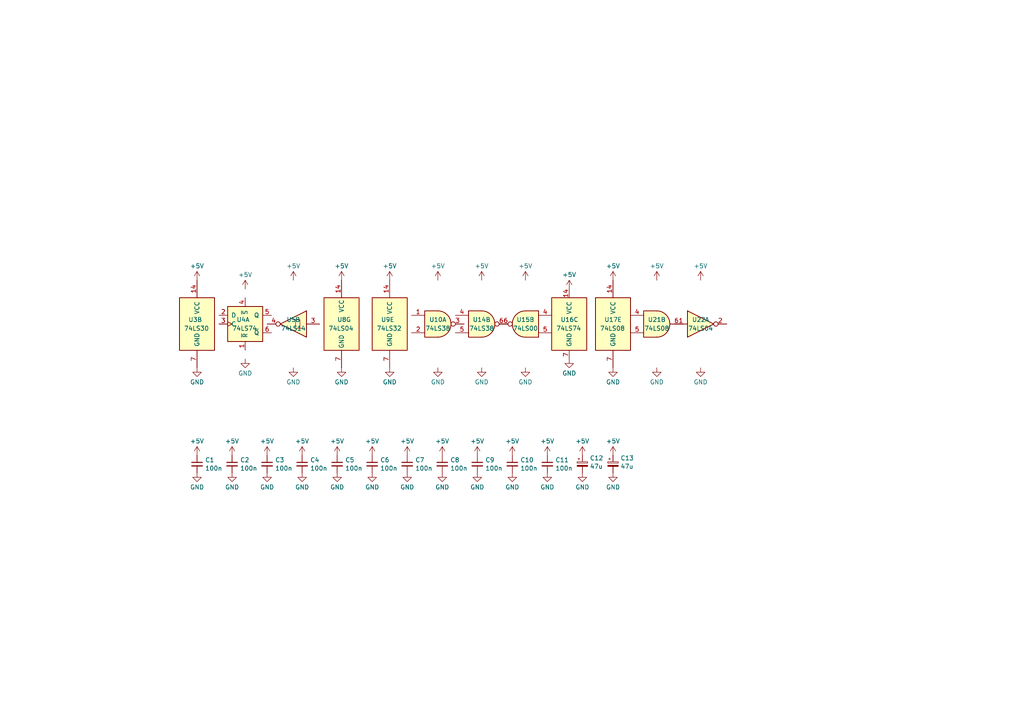
<source format=kicad_sch>
(kicad_sch (version 20230121) (generator eeschema)
  (paper "A4")
  (title_block (title "Iskra Delta Partner SASI Adapter 046 700 134") (date "2023-08-23") (rev "1") (company "Jernej Jakob <jernej.jakob@gmail.com>") (comment 1 "reverse engineered by hand"))
  (lib_symbols
    (symbol "74xx:74LS00" (pin_names (offset 1.016))
      (property "Reference" "U" (at 0 1.27 0))
      (property "Value" "74LS00" (at 0 -1.27 0))
      (symbol "74LS00_1_1"
        (arc (start 0 -3.81) (mid 3.7934 0) (end 0 3.81) (stroke (width 0.254)) (fill (type background)))
        (polyline (pts (xy 0 3.81) (xy -3.81 3.81) (xy -3.81 -3.81) (xy 0 -3.81)) (stroke (width 0.254)) (fill (type background)))
        (pin input line (at -7.62 2.54 0) (length 3.81) (name "~") (number "1"))
        (pin input line (at -7.62 -2.54 0) (length 3.81) (name "~") (number "2"))
        (pin output inverted (at 7.62 0 180) (length 3.81) (name "~") (number "3"))
      )
      (symbol "74LS00_1_2"
        (arc (start -3.81 -3.81) (mid -2.589 0) (end -3.81 3.81) (stroke (width 0.254)))
        (arc (start -0.6096 -3.81) (mid 2.1842 -2.5851) (end 3.81 0) (stroke (width 0.254)) (fill (type background)))
        (polyline (pts (xy -3.81 -3.81) (xy -0.635 -3.81)) (stroke (width 0.254)) (fill (type background)))
        (polyline (pts (xy -3.81 3.81) (xy -0.635 3.81)) (stroke (width 0.254)) (fill (type background)))
        (polyline (pts (xy -0.635 3.81) (xy -3.81 3.81) (xy -3.81 3.81) (xy -3.556 3.4036) (xy -3.0226 2.2606) (xy -2.6924 1.0414) (xy -2.6162 -0.254) (xy -2.7686 -1.4986) (xy -3.175 -2.7178) (xy -3.81 -3.81) (xy -3.81 -3.81) (xy -0.635 -3.81)) (stroke (width -25.4)) (fill (type background)))
        (arc (start 3.81 0) (mid 2.1915 2.5936) (end -0.6096 3.81) (stroke (width 0.254)) (fill (type background)))
        (pin input inverted (at -7.62 2.54 0) (length 4.318) (name "~") (number "1"))
        (pin input inverted (at -7.62 -2.54 0) (length 4.318) (name "~") (number "2"))
        (pin output line (at 7.62 0 180) (length 3.81) (name "~") (number "3"))
      )
      (symbol "74LS00_2_1"
        (arc (start 0 -3.81) (mid 3.7934 0) (end 0 3.81) (stroke (width 0.254)) (fill (type background)))
        (polyline (pts (xy 0 3.81) (xy -3.81 3.81) (xy -3.81 -3.81) (xy 0 -3.81)) (stroke (width 0.254)) (fill (type background)))
        (pin input line (at -7.62 2.54 0) (length 3.81) (name "~") (number "4"))
        (pin input line (at -7.62 -2.54 0) (length 3.81) (name "~") (number "5"))
        (pin output inverted (at 7.62 0 180) (length 3.81) (name "~") (number "6"))
      )
      (symbol "74LS00_2_2"
        (arc (start -3.81 -3.81) (mid -2.589 0) (end -3.81 3.81) (stroke (width 0.254)))
        (arc (start -0.6096 -3.81) (mid 2.1842 -2.5851) (end 3.81 0) (stroke (width 0.254)) (fill (type background)))
        (polyline (pts (xy -3.81 -3.81) (xy -0.635 -3.81)) (stroke (width 0.254)) (fill (type background)))
        (polyline (pts (xy -3.81 3.81) (xy -0.635 3.81)) (stroke (width 0.254)) (fill (type background)))
        (polyline (pts (xy -0.635 3.81) (xy -3.81 3.81) (xy -3.81 3.81) (xy -3.556 3.4036) (xy -3.0226 2.2606) (xy -2.6924 1.0414) (xy -2.6162 -0.254) (xy -2.7686 -1.4986) (xy -3.175 -2.7178) (xy -3.81 -3.81) (xy -3.81 -3.81) (xy -0.635 -3.81)) (stroke (width -25.4)) (fill (type background)))
        (arc (start 3.81 0) (mid 2.1915 2.5936) (end -0.6096 3.81) (stroke (width 0.254)) (fill (type background)))
        (pin input inverted (at -7.62 2.54 0) (length 4.318) (name "~") (number "4"))
        (pin input inverted (at -7.62 -2.54 0) (length 4.318) (name "~") (number "5"))
        (pin output line (at 7.62 0 180) (length 3.81) (name "~") (number "6"))
      )
      (symbol "74LS00_3_1"
        (arc (start 0 -3.81) (mid 3.7934 0) (end 0 3.81) (stroke (width 0.254)) (fill (type background)))
        (polyline (pts (xy 0 3.81) (xy -3.81 3.81) (xy -3.81 -3.81) (xy 0 -3.81)) (stroke (width 0.254)) (fill (type background)))
        (pin input line (at -7.62 -2.54 0) (length 3.81) (name "~") (number "10"))
        (pin output inverted (at 7.62 0 180) (length 3.81) (name "~") (number "8"))
        (pin input line (at -7.62 2.54 0) (length 3.81) (name "~") (number "9"))
      )
      (symbol "74LS00_3_2"
        (arc (start -3.81 -3.81) (mid -2.589 0) (end -3.81 3.81) (stroke (width 0.254)))
        (arc (start -0.6096 -3.81) (mid 2.1842 -2.5851) (end 3.81 0) (stroke (width 0.254)) (fill (type background)))
        (polyline (pts (xy -3.81 -3.81) (xy -0.635 -3.81)) (stroke (width 0.254)) (fill (type background)))
        (polyline (pts (xy -3.81 3.81) (xy -0.635 3.81)) (stroke (width 0.254)) (fill (type background)))
        (polyline (pts (xy -0.635 3.81) (xy -3.81 3.81) (xy -3.81 3.81) (xy -3.556 3.4036) (xy -3.0226 2.2606) (xy -2.6924 1.0414) (xy -2.6162 -0.254) (xy -2.7686 -1.4986) (xy -3.175 -2.7178) (xy -3.81 -3.81) (xy -3.81 -3.81) (xy -0.635 -3.81)) (stroke (width -25.4)) (fill (type background)))
        (arc (start 3.81 0) (mid 2.1915 2.5936) (end -0.6096 3.81) (stroke (width 0.254)) (fill (type background)))
        (pin input inverted (at -7.62 -2.54 0) (length 4.318) (name "~") (number "10"))
        (pin output line (at 7.62 0 180) (length 3.81) (name "~") (number "8"))
        (pin input inverted (at -7.62 2.54 0) (length 4.318) (name "~") (number "9"))
      )
      (symbol "74LS00_4_1"
        (arc (start 0 -3.81) (mid 3.7934 0) (end 0 3.81) (stroke (width 0.254)) (fill (type background)))
        (polyline (pts (xy 0 3.81) (xy -3.81 3.81) (xy -3.81 -3.81) (xy 0 -3.81)) (stroke (width 0.254)) (fill (type background)))
        (pin output inverted (at 7.62 0 180) (length 3.81) (name "~") (number "11"))
        (pin input line (at -7.62 2.54 0) (length 3.81) (name "~") (number "12"))
        (pin input line (at -7.62 -2.54 0) (length 3.81) (name "~") (number "13"))
      )
      (symbol "74LS00_4_2"
        (arc (start -3.81 -3.81) (mid -2.589 0) (end -3.81 3.81) (stroke (width 0.254)))
        (arc (start -0.6096 -3.81) (mid 2.1842 -2.5851) (end 3.81 0) (stroke (width 0.254)) (fill (type background)))
        (polyline (pts (xy -3.81 -3.81) (xy -0.635 -3.81)) (stroke (width 0.254)) (fill (type background)))
        (polyline (pts (xy -3.81 3.81) (xy -0.635 3.81)) (stroke (width 0.254)) (fill (type background)))
        (polyline (pts (xy -0.635 3.81) (xy -3.81 3.81) (xy -3.81 3.81) (xy -3.556 3.4036) (xy -3.0226 2.2606) (xy -2.6924 1.0414) (xy -2.6162 -0.254) (xy -2.7686 -1.4986) (xy -3.175 -2.7178) (xy -3.81 -3.81) (xy -3.81 -3.81) (xy -0.635 -3.81)) (stroke (width -25.4)) (fill (type background)))
        (arc (start 3.81 0) (mid 2.1915 2.5936) (end -0.6096 3.81) (stroke (width 0.254)) (fill (type background)))
        (pin output line (at 7.62 0 180) (length 3.81) (name "~") (number "11"))
        (pin input inverted (at -7.62 2.54 0) (length 4.318) (name "~") (number "12"))
        (pin input inverted (at -7.62 -2.54 0) (length 4.318) (name "~") (number "13"))
      )
      (symbol "74LS00_5_0"
        (pin power_in line (at 0 12.7 270) (length 5.08) (name "VCC") (number "14"))
        (pin power_in line (at 0 -12.7 90) (length 5.08) (name "GND") (number "7"))
      )
      (symbol "74LS00_5_1"
        (rectangle (start -5.08 7.62) (end 5.08 -7.62) (stroke (width 0.254)) (fill (type background)))
      )
    )
    (symbol "74xx:74LS04"
      (property "Reference" "U" (at 0 1.27 0))
      (property "Value" "74LS04" (at 0 -1.27 0))
      (symbol "74LS04_1_0"
        (polyline (pts (xy -3.81 3.81) (xy -3.81 -3.81) (xy 3.81 0) (xy -3.81 3.81)) (stroke (width 0.254)) (fill (type background)))
        (pin input line (at -7.62 0 0) (length 3.81) (name "~") (number "1"))
        (pin output inverted (at 7.62 0 180) (length 3.81) (name "~") (number "2"))
      )
      (symbol "74LS04_2_0"
        (polyline (pts (xy -3.81 3.81) (xy -3.81 -3.81) (xy 3.81 0) (xy -3.81 3.81)) (stroke (width 0.254)) (fill (type background)))
        (pin input line (at -7.62 0 0) (length 3.81) (name "~") (number "3"))
        (pin output inverted (at 7.62 0 180) (length 3.81) (name "~") (number "4"))
      )
      (symbol "74LS04_3_0"
        (polyline (pts (xy -3.81 3.81) (xy -3.81 -3.81) (xy 3.81 0) (xy -3.81 3.81)) (stroke (width 0.254)) (fill (type background)))
        (pin input line (at -7.62 0 0) (length 3.81) (name "~") (number "5"))
        (pin output inverted (at 7.62 0 180) (length 3.81) (name "~") (number "6"))
      )
      (symbol "74LS04_4_0"
        (polyline (pts (xy -3.81 3.81) (xy -3.81 -3.81) (xy 3.81 0) (xy -3.81 3.81)) (stroke (width 0.254)) (fill (type background)))
        (pin output inverted (at 7.62 0 180) (length 3.81) (name "~") (number "8"))
        (pin input line (at -7.62 0 0) (length 3.81) (name "~") (number "9"))
      )
      (symbol "74LS04_5_0"
        (polyline (pts (xy -3.81 3.81) (xy -3.81 -3.81) (xy 3.81 0) (xy -3.81 3.81)) (stroke (width 0.254)) (fill (type background)))
        (pin output inverted (at 7.62 0 180) (length 3.81) (name "~") (number "10"))
        (pin input line (at -7.62 0 0) (length 3.81) (name "~") (number "11"))
      )
      (symbol "74LS04_6_0"
        (polyline (pts (xy -3.81 3.81) (xy -3.81 -3.81) (xy 3.81 0) (xy -3.81 3.81)) (stroke (width 0.254)) (fill (type background)))
        (pin output inverted (at 7.62 0 180) (length 3.81) (name "~") (number "12"))
        (pin input line (at -7.62 0 0) (length 3.81) (name "~") (number "13"))
      )
      (symbol "74LS04_7_0"
        (pin power_in line (at 0 12.7 270) (length 5.08) (name "VCC") (number "14"))
        (pin power_in line (at 0 -12.7 90) (length 5.08) (name "GND") (number "7"))
      )
      (symbol "74LS04_7_1"
        (rectangle (start -5.08 7.62) (end 5.08 -7.62) (stroke (width 0.254)) (fill (type background)))
      )
    )
    (symbol "74xx:74LS08" (pin_names (offset 1.016))
      (property "Reference" "U" (at 0 1.27 0))
      (property "Value" "74LS08" (at 0 -1.27 0))
      (symbol "74LS08_1_1"
        (arc (start 0 -3.81) (mid 3.7934 0) (end 0 3.81) (stroke (width 0.254)) (fill (type background)))
        (polyline (pts (xy 0 3.81) (xy -3.81 3.81) (xy -3.81 -3.81) (xy 0 -3.81)) (stroke (width 0.254)) (fill (type background)))
        (pin input line (at -7.62 2.54 0) (length 3.81) (name "~") (number "1"))
        (pin input line (at -7.62 -2.54 0) (length 3.81) (name "~") (number "2"))
        (pin output line (at 7.62 0 180) (length 3.81) (name "~") (number "3"))
      )
      (symbol "74LS08_1_2"
        (arc (start -3.81 -3.81) (mid -2.589 0) (end -3.81 3.81) (stroke (width 0.254)))
        (arc (start -0.6096 -3.81) (mid 2.1842 -2.5851) (end 3.81 0) (stroke (width 0.254)) (fill (type background)))
        (polyline (pts (xy -3.81 -3.81) (xy -0.635 -3.81)) (stroke (width 0.254)) (fill (type background)))
        (polyline (pts (xy -3.81 3.81) (xy -0.635 3.81)) (stroke (width 0.254)) (fill (type background)))
        (polyline (pts (xy -0.635 3.81) (xy -3.81 3.81) (xy -3.81 3.81) (xy -3.556 3.4036) (xy -3.0226 2.2606) (xy -2.6924 1.0414) (xy -2.6162 -0.254) (xy -2.7686 -1.4986) (xy -3.175 -2.7178) (xy -3.81 -3.81) (xy -3.81 -3.81) (xy -0.635 -3.81)) (stroke (width -25.4)) (fill (type background)))
        (arc (start 3.81 0) (mid 2.1915 2.5936) (end -0.6096 3.81) (stroke (width 0.254)) (fill (type background)))
        (pin input inverted (at -7.62 2.54 0) (length 4.318) (name "~") (number "1"))
        (pin input inverted (at -7.62 -2.54 0) (length 4.318) (name "~") (number "2"))
        (pin output inverted (at 7.62 0 180) (length 3.81) (name "~") (number "3"))
      )
      (symbol "74LS08_2_1"
        (arc (start 0 -3.81) (mid 3.7934 0) (end 0 3.81) (stroke (width 0.254)) (fill (type background)))
        (polyline (pts (xy 0 3.81) (xy -3.81 3.81) (xy -3.81 -3.81) (xy 0 -3.81)) (stroke (width 0.254)) (fill (type background)))
        (pin input line (at -7.62 2.54 0) (length 3.81) (name "~") (number "4"))
        (pin input line (at -7.62 -2.54 0) (length 3.81) (name "~") (number "5"))
        (pin output line (at 7.62 0 180) (length 3.81) (name "~") (number "6"))
      )
      (symbol "74LS08_2_2"
        (arc (start -3.81 -3.81) (mid -2.589 0) (end -3.81 3.81) (stroke (width 0.254)))
        (arc (start -0.6096 -3.81) (mid 2.1842 -2.5851) (end 3.81 0) (stroke (width 0.254)) (fill (type background)))
        (polyline (pts (xy -3.81 -3.81) (xy -0.635 -3.81)) (stroke (width 0.254)) (fill (type background)))
        (polyline (pts (xy -3.81 3.81) (xy -0.635 3.81)) (stroke (width 0.254)) (fill (type background)))
        (polyline (pts (xy -0.635 3.81) (xy -3.81 3.81) (xy -3.81 3.81) (xy -3.556 3.4036) (xy -3.0226 2.2606) (xy -2.6924 1.0414) (xy -2.6162 -0.254) (xy -2.7686 -1.4986) (xy -3.175 -2.7178) (xy -3.81 -3.81) (xy -3.81 -3.81) (xy -0.635 -3.81)) (stroke (width -25.4)) (fill (type background)))
        (arc (start 3.81 0) (mid 2.1915 2.5936) (end -0.6096 3.81) (stroke (width 0.254)) (fill (type background)))
        (pin input inverted (at -7.62 2.54 0) (length 4.318) (name "~") (number "4"))
        (pin input inverted (at -7.62 -2.54 0) (length 4.318) (name "~") (number "5"))
        (pin output inverted (at 7.62 0 180) (length 3.81) (name "~") (number "6"))
      )
      (symbol "74LS08_3_1"
        (arc (start 0 -3.81) (mid 3.7934 0) (end 0 3.81) (stroke (width 0.254)) (fill (type background)))
        (polyline (pts (xy 0 3.81) (xy -3.81 3.81) (xy -3.81 -3.81) (xy 0 -3.81)) (stroke (width 0.254)) (fill (type background)))
        (pin input line (at -7.62 -2.54 0) (length 3.81) (name "~") (number "10"))
        (pin output line (at 7.62 0 180) (length 3.81) (name "~") (number "8"))
        (pin input line (at -7.62 2.54 0) (length 3.81) (name "~") (number "9"))
      )
      (symbol "74LS08_3_2"
        (arc (start -3.81 -3.81) (mid -2.589 0) (end -3.81 3.81) (stroke (width 0.254)))
        (arc (start -0.6096 -3.81) (mid 2.1842 -2.5851) (end 3.81 0) (stroke (width 0.254)) (fill (type background)))
        (polyline (pts (xy -3.81 -3.81) (xy -0.635 -3.81)) (stroke (width 0.254)) (fill (type background)))
        (polyline (pts (xy -3.81 3.81) (xy -0.635 3.81)) (stroke (width 0.254)) (fill (type background)))
        (polyline (pts (xy -0.635 3.81) (xy -3.81 3.81) (xy -3.81 3.81) (xy -3.556 3.4036) (xy -3.0226 2.2606) (xy -2.6924 1.0414) (xy -2.6162 -0.254) (xy -2.7686 -1.4986) (xy -3.175 -2.7178) (xy -3.81 -3.81) (xy -3.81 -3.81) (xy -0.635 -3.81)) (stroke (width -25.4)) (fill (type background)))
        (arc (start 3.81 0) (mid 2.1915 2.5936) (end -0.6096 3.81) (stroke (width 0.254)) (fill (type background)))
        (pin input inverted (at -7.62 -2.54 0) (length 4.318) (name "~") (number "10"))
        (pin output inverted (at 7.62 0 180) (length 3.81) (name "~") (number "8"))
        (pin input inverted (at -7.62 2.54 0) (length 4.318) (name "~") (number "9"))
      )
      (symbol "74LS08_4_1"
        (arc (start 0 -3.81) (mid 3.7934 0) (end 0 3.81) (stroke (width 0.254)) (fill (type background)))
        (polyline (pts (xy 0 3.81) (xy -3.81 3.81) (xy -3.81 -3.81) (xy 0 -3.81)) (stroke (width 0.254)) (fill (type background)))
        (pin output line (at 7.62 0 180) (length 3.81) (name "~") (number "11"))
        (pin input line (at -7.62 2.54 0) (length 3.81) (name "~") (number "12"))
        (pin input line (at -7.62 -2.54 0) (length 3.81) (name "~") (number "13"))
      )
      (symbol "74LS08_4_2"
        (arc (start -3.81 -3.81) (mid -2.589 0) (end -3.81 3.81) (stroke (width 0.254)))
        (arc (start -0.6096 -3.81) (mid 2.1842 -2.5851) (end 3.81 0) (stroke (width 0.254)) (fill (type background)))
        (polyline (pts (xy -3.81 -3.81) (xy -0.635 -3.81)) (stroke (width 0.254)) (fill (type background)))
        (polyline (pts (xy -3.81 3.81) (xy -0.635 3.81)) (stroke (width 0.254)) (fill (type background)))
        (polyline (pts (xy -0.635 3.81) (xy -3.81 3.81) (xy -3.81 3.81) (xy -3.556 3.4036) (xy -3.0226 2.2606) (xy -2.6924 1.0414) (xy -2.6162 -0.254) (xy -2.7686 -1.4986) (xy -3.175 -2.7178) (xy -3.81 -3.81) (xy -3.81 -3.81) (xy -0.635 -3.81)) (stroke (width -25.4)) (fill (type background)))
        (arc (start 3.81 0) (mid 2.1915 2.5936) (end -0.6096 3.81) (stroke (width 0.254)) (fill (type background)))
        (pin output inverted (at 7.62 0 180) (length 3.81) (name "~") (number "11"))
        (pin input inverted (at -7.62 2.54 0) (length 4.318) (name "~") (number "12"))
        (pin input inverted (at -7.62 -2.54 0) (length 4.318) (name "~") (number "13"))
      )
      (symbol "74LS08_5_0"
        (pin power_in line (at 0 12.7 270) (length 5.08) (name "VCC") (number "14"))
        (pin power_in line (at 0 -12.7 90) (length 5.08) (name "GND") (number "7"))
      )
      (symbol "74LS08_5_1"
        (rectangle (start -5.08 7.62) (end 5.08 -7.62) (stroke (width 0.254)) (fill (type background)))
      )
    )
    (symbol "74xx:74LS14" (pin_names (offset 1.016))
      (property "Reference" "U" (at 0 1.27 0))
      (property "Value" "74LS14" (at 0 -1.27 0))
      (symbol "74LS14_1_0"
        (polyline (pts (xy -3.81 3.81) (xy -3.81 -3.81) (xy 3.81 0) (xy -3.81 3.81)) (stroke (width 0.254)) (fill (type background)))
        (pin input line (at -7.62 0 0) (length 3.81) (name "~") (number "1"))
        (pin output inverted (at 7.62 0 180) (length 3.81) (name "~") (number "2"))
      )
      (symbol "74LS14_1_1"
        (polyline (pts (xy -1.905 -1.27) (xy -1.905 1.27) (xy -0.635 1.27)))
        (polyline (pts (xy -2.54 -1.27) (xy -0.635 -1.27) (xy -0.635 1.27) (xy 0 1.27)))
      )
      (symbol "74LS14_2_0"
        (polyline (pts (xy -3.81 3.81) (xy -3.81 -3.81) (xy 3.81 0) (xy -3.81 3.81)) (stroke (width 0.254)) (fill (type background)))
        (pin input line (at -7.62 0 0) (length 3.81) (name "~") (number "3"))
        (pin output inverted (at 7.62 0 180) (length 3.81) (name "~") (number "4"))
      )
      (symbol "74LS14_2_1"
        (polyline (pts (xy -1.905 -1.27) (xy -1.905 1.27) (xy -0.635 1.27)))
        (polyline (pts (xy -2.54 -1.27) (xy -0.635 -1.27) (xy -0.635 1.27) (xy 0 1.27)))
      )
      (symbol "74LS14_3_0"
        (polyline (pts (xy -3.81 3.81) (xy -3.81 -3.81) (xy 3.81 0) (xy -3.81 3.81)) (stroke (width 0.254)) (fill (type background)))
        (pin input line (at -7.62 0 0) (length 3.81) (name "~") (number "5"))
        (pin output inverted (at 7.62 0 180) (length 3.81) (name "~") (number "6"))
      )
      (symbol "74LS14_3_1"
        (polyline (pts (xy -1.905 -1.27) (xy -1.905 1.27) (xy -0.635 1.27)))
        (polyline (pts (xy -2.54 -1.27) (xy -0.635 -1.27) (xy -0.635 1.27) (xy 0 1.27)))
      )
      (symbol "74LS14_4_0"
        (polyline (pts (xy -3.81 3.81) (xy -3.81 -3.81) (xy 3.81 0) (xy -3.81 3.81)) (stroke (width 0.254)) (fill (type background)))
        (pin output inverted (at 7.62 0 180) (length 3.81) (name "~") (number "8"))
        (pin input line (at -7.62 0 0) (length 3.81) (name "~") (number "9"))
      )
      (symbol "74LS14_4_1"
        (polyline (pts (xy -1.905 -1.27) (xy -1.905 1.27) (xy -0.635 1.27)))
        (polyline (pts (xy -2.54 -1.27) (xy -0.635 -1.27) (xy -0.635 1.27) (xy 0 1.27)))
      )
      (symbol "74LS14_5_0"
        (polyline (pts (xy -3.81 3.81) (xy -3.81 -3.81) (xy 3.81 0) (xy -3.81 3.81)) (stroke (width 0.254)) (fill (type background)))
        (pin output inverted (at 7.62 0 180) (length 3.81) (name "~") (number "10"))
        (pin input line (at -7.62 0 0) (length 3.81) (name "~") (number "11"))
      )
      (symbol "74LS14_5_1"
        (polyline (pts (xy -1.905 -1.27) (xy -1.905 1.27) (xy -0.635 1.27)))
        (polyline (pts (xy -2.54 -1.27) (xy -0.635 -1.27) (xy -0.635 1.27) (xy 0 1.27)))
      )
      (symbol "74LS14_6_0"
        (polyline (pts (xy -3.81 3.81) (xy -3.81 -3.81) (xy 3.81 0) (xy -3.81 3.81)) (stroke (width 0.254)) (fill (type background)))
        (pin output inverted (at 7.62 0 180) (length 3.81) (name "~") (number "12"))
        (pin input line (at -7.62 0 0) (length 3.81) (name "~") (number "13"))
      )
      (symbol "74LS14_6_1"
        (polyline (pts (xy -1.905 -1.27) (xy -1.905 1.27) (xy -0.635 1.27)))
        (polyline (pts (xy -2.54 -1.27) (xy -0.635 -1.27) (xy -0.635 1.27) (xy 0 1.27)))
      )
      (symbol "74LS14_7_0"
        (pin power_in line (at 0 12.7 270) (length 5.08) (name "VCC") (number "14"))
        (pin power_in line (at 0 -12.7 90) (length 5.08) (name "GND") (number "7"))
      )
      (symbol "74LS14_7_1"
        (rectangle (start -5.08 7.62) (end 5.08 -7.62) (stroke (width 0.254)) (fill (type background)))
      )
    )
    (symbol "74xx:74LS30" (pin_names (offset 1.016))
      (property "Reference" "U" (at 0 1.27 0))
      (property "Value" "74LS30" (at 0 -1.27 0))
      (symbol "74LS30_1_1"
        (arc (start 0 -3.81) (mid 3.7934 0) (end 0 3.81) (stroke (width 0.254)) (fill (type background)))
        (polyline (pts (xy -3.81 7.62) (xy -3.81 -10.16)) (stroke (width 0.254)))
        (polyline (pts (xy 0 3.81) (xy -3.81 3.81) (xy -3.81 -3.81) (xy 0 -3.81)) (stroke (width 0.254)) (fill (type background)))
        (pin input line (at -7.62 7.62 0) (length 3.81) (name "~") (number "1"))
        (pin input line (at -7.62 -7.62 0) (length 3.81) (name "~") (number "11"))
        (pin input line (at -7.62 -10.16 0) (length 3.81) (name "~") (number "12"))
        (pin input line (at -7.62 5.08 0) (length 3.81) (name "~") (number "2"))
        (pin input line (at -7.62 2.54 0) (length 3.81) (name "~") (number "3"))
        (pin input line (at -7.62 0 0) (length 3.81) (name "~") (number "4"))
        (pin input line (at -7.62 -2.54 0) (length 3.81) (name "~") (number "5"))
        (pin input line (at -7.62 -5.08 0) (length 3.81) (name "~") (number "6"))
        (pin output inverted (at 7.62 0 180) (length 3.81) (name "~") (number "8"))
      )
      (symbol "74LS30_1_2"
        (arc (start -3.81 -3.81) (mid -2.589 0) (end -3.81 3.81) (stroke (width 0.254)))
        (arc (start -0.6096 -3.81) (mid 2.1842 -2.5851) (end 3.81 0) (stroke (width 0.254)) (fill (type background)))
        (polyline (pts (xy -3.81 -3.81) (xy -3.81 -10.16)) (stroke (width 0.254)))
        (polyline (pts (xy -3.81 -3.81) (xy -0.635 -3.81)) (stroke (width 0.254)) (fill (type background)))
        (polyline (pts (xy -3.81 3.81) (xy -0.635 3.81)) (stroke (width 0.254)) (fill (type background)))
        (polyline (pts (xy -3.81 7.62) (xy -3.81 3.81)) (stroke (width 0.254)))
        (polyline (pts (xy -0.635 3.81) (xy -3.81 3.81) (xy -3.81 3.81) (xy -3.556 3.4036) (xy -3.0226 2.2606) (xy -2.6924 1.0414) (xy -2.6162 -0.254) (xy -2.7686 -1.4986) (xy -3.175 -2.7178) (xy -3.81 -3.81) (xy -3.81 -3.81) (xy -0.635 -3.81)) (stroke (width -25.4)) (fill (type background)))
        (arc (start 3.81 0) (mid 2.1915 2.5936) (end -0.6096 3.81) (stroke (width 0.254)) (fill (type background)))
        (pin input inverted (at -7.62 7.62 0) (length 3.81) (name "~") (number "1"))
        (pin input inverted (at -7.62 -7.62 0) (length 3.81) (name "~") (number "11"))
        (pin input inverted (at -7.62 -10.16 0) (length 3.81) (name "~") (number "12"))
        (pin input inverted (at -7.62 5.08 0) (length 3.81) (name "~") (number "2"))
        (pin input inverted (at -7.62 2.54 0) (length 4.5466) (name "~") (number "3"))
        (pin input inverted (at -7.62 0 0) (length 5.08) (name "~") (number "4"))
        (pin input inverted (at -7.62 -2.54 0) (length 4.5466) (name "~") (number "5"))
        (pin input inverted (at -7.62 -5.08 0) (length 3.81) (name "~") (number "6"))
        (pin output line (at 7.62 0 180) (length 3.81) (name "~") (number "8"))
      )
      (symbol "74LS30_2_0"
        (pin power_in line (at 0 12.7 270) (length 5.08) (name "VCC") (number "14"))
        (pin power_in line (at 0 -12.7 90) (length 5.08) (name "GND") (number "7"))
      )
      (symbol "74LS30_2_1"
        (rectangle (start -5.08 7.62) (end 5.08 -7.62) (stroke (width 0.254)) (fill (type background)))
      )
    )
    (symbol "74xx:74LS32" (pin_names (offset 1.016))
      (property "Reference" "U" (at 0 1.27 0))
      (property "Value" "74LS32" (at 0 -1.27 0))
      (symbol "74LS32_1_1"
        (arc (start -3.81 -3.81) (mid -2.589 0) (end -3.81 3.81) (stroke (width 0.254)))
        (arc (start -0.6096 -3.81) (mid 2.1842 -2.5851) (end 3.81 0) (stroke (width 0.254)) (fill (type background)))
        (polyline (pts (xy -3.81 -3.81) (xy -0.635 -3.81)) (stroke (width 0.254)) (fill (type background)))
        (polyline (pts (xy -3.81 3.81) (xy -0.635 3.81)) (stroke (width 0.254)) (fill (type background)))
        (polyline (pts (xy -0.635 3.81) (xy -3.81 3.81) (xy -3.81 3.81) (xy -3.556 3.4036) (xy -3.0226 2.2606) (xy -2.6924 1.0414) (xy -2.6162 -0.254) (xy -2.7686 -1.4986) (xy -3.175 -2.7178) (xy -3.81 -3.81) (xy -3.81 -3.81) (xy -0.635 -3.81)) (stroke (width -25.4)) (fill (type background)))
        (arc (start 3.81 0) (mid 2.1915 2.5936) (end -0.6096 3.81) (stroke (width 0.254)) (fill (type background)))
        (pin input line (at -7.62 2.54 0) (length 4.318) (name "~") (number "1"))
        (pin input line (at -7.62 -2.54 0) (length 4.318) (name "~") (number "2"))
        (pin output line (at 7.62 0 180) (length 3.81) (name "~") (number "3"))
      )
      (symbol "74LS32_1_2"
        (arc (start 0 -3.81) (mid 3.7934 0) (end 0 3.81) (stroke (width 0.254)) (fill (type background)))
        (polyline (pts (xy 0 3.81) (xy -3.81 3.81) (xy -3.81 -3.81) (xy 0 -3.81)) (stroke (width 0.254)) (fill (type background)))
        (pin input inverted (at -7.62 2.54 0) (length 3.81) (name "~") (number "1"))
        (pin input inverted (at -7.62 -2.54 0) (length 3.81) (name "~") (number "2"))
        (pin output inverted (at 7.62 0 180) (length 3.81) (name "~") (number "3"))
      )
      (symbol "74LS32_2_1"
        (arc (start -3.81 -3.81) (mid -2.589 0) (end -3.81 3.81) (stroke (width 0.254)))
        (arc (start -0.6096 -3.81) (mid 2.1842 -2.5851) (end 3.81 0) (stroke (width 0.254)) (fill (type background)))
        (polyline (pts (xy -3.81 -3.81) (xy -0.635 -3.81)) (stroke (width 0.254)) (fill (type background)))
        (polyline (pts (xy -3.81 3.81) (xy -0.635 3.81)) (stroke (width 0.254)) (fill (type background)))
        (polyline (pts (xy -0.635 3.81) (xy -3.81 3.81) (xy -3.81 3.81) (xy -3.556 3.4036) (xy -3.0226 2.2606) (xy -2.6924 1.0414) (xy -2.6162 -0.254) (xy -2.7686 -1.4986) (xy -3.175 -2.7178) (xy -3.81 -3.81) (xy -3.81 -3.81) (xy -0.635 -3.81)) (stroke (width -25.4)) (fill (type background)))
        (arc (start 3.81 0) (mid 2.1915 2.5936) (end -0.6096 3.81) (stroke (width 0.254)) (fill (type background)))
        (pin input line (at -7.62 2.54 0) (length 4.318) (name "~") (number "4"))
        (pin input line (at -7.62 -2.54 0) (length 4.318) (name "~") (number "5"))
        (pin output line (at 7.62 0 180) (length 3.81) (name "~") (number "6"))
      )
      (symbol "74LS32_2_2"
        (arc (start 0 -3.81) (mid 3.7934 0) (end 0 3.81) (stroke (width 0.254)) (fill (type background)))
        (polyline (pts (xy 0 3.81) (xy -3.81 3.81) (xy -3.81 -3.81) (xy 0 -3.81)) (stroke (width 0.254)) (fill (type background)))
        (pin input inverted (at -7.62 2.54 0) (length 3.81) (name "~") (number "4"))
        (pin input inverted (at -7.62 -2.54 0) (length 3.81) (name "~") (number "5"))
        (pin output inverted (at 7.62 0 180) (length 3.81) (name "~") (number "6"))
      )
      (symbol "74LS32_3_1"
        (arc (start -3.81 -3.81) (mid -2.589 0) (end -3.81 3.81) (stroke (width 0.254)))
        (arc (start -0.6096 -3.81) (mid 2.1842 -2.5851) (end 3.81 0) (stroke (width 0.254)) (fill (type background)))
        (polyline (pts (xy -3.81 -3.81) (xy -0.635 -3.81)) (stroke (width 0.254)) (fill (type background)))
        (polyline (pts (xy -3.81 3.81) (xy -0.635 3.81)) (stroke (width 0.254)) (fill (type background)))
        (polyline (pts (xy -0.635 3.81) (xy -3.81 3.81) (xy -3.81 3.81) (xy -3.556 3.4036) (xy -3.0226 2.2606) (xy -2.6924 1.0414) (xy -2.6162 -0.254) (xy -2.7686 -1.4986) (xy -3.175 -2.7178) (xy -3.81 -3.81) (xy -3.81 -3.81) (xy -0.635 -3.81)) (stroke (width -25.4)) (fill (type background)))
        (arc (start 3.81 0) (mid 2.1915 2.5936) (end -0.6096 3.81) (stroke (width 0.254)) (fill (type background)))
        (pin input line (at -7.62 -2.54 0) (length 4.318) (name "~") (number "10"))
        (pin output line (at 7.62 0 180) (length 3.81) (name "~") (number "8"))
        (pin input line (at -7.62 2.54 0) (length 4.318) (name "~") (number "9"))
      )
      (symbol "74LS32_3_2"
        (arc (start 0 -3.81) (mid 3.7934 0) (end 0 3.81) (stroke (width 0.254)) (fill (type background)))
        (polyline (pts (xy 0 3.81) (xy -3.81 3.81) (xy -3.81 -3.81) (xy 0 -3.81)) (stroke (width 0.254)) (fill (type background)))
        (pin input inverted (at -7.62 -2.54 0) (length 3.81) (name "~") (number "10"))
        (pin output inverted (at 7.62 0 180) (length 3.81) (name "~") (number "8"))
        (pin input inverted (at -7.62 2.54 0) (length 3.81) (name "~") (number "9"))
      )
      (symbol "74LS32_4_1"
        (arc (start -3.81 -3.81) (mid -2.589 0) (end -3.81 3.81) (stroke (width 0.254)))
        (arc (start -0.6096 -3.81) (mid 2.1842 -2.5851) (end 3.81 0) (stroke (width 0.254)) (fill (type background)))
        (polyline (pts (xy -3.81 -3.81) (xy -0.635 -3.81)) (stroke (width 0.254)) (fill (type background)))
        (polyline (pts (xy -3.81 3.81) (xy -0.635 3.81)) (stroke (width 0.254)) (fill (type background)))
        (polyline (pts (xy -0.635 3.81) (xy -3.81 3.81) (xy -3.81 3.81) (xy -3.556 3.4036) (xy -3.0226 2.2606) (xy -2.6924 1.0414) (xy -2.6162 -0.254) (xy -2.7686 -1.4986) (xy -3.175 -2.7178) (xy -3.81 -3.81) (xy -3.81 -3.81) (xy -0.635 -3.81)) (stroke (width -25.4)) (fill (type background)))
        (arc (start 3.81 0) (mid 2.1915 2.5936) (end -0.6096 3.81) (stroke (width 0.254)) (fill (type background)))
        (pin output line (at 7.62 0 180) (length 3.81) (name "~") (number "11"))
        (pin input line (at -7.62 2.54 0) (length 4.318) (name "~") (number "12"))
        (pin input line (at -7.62 -2.54 0) (length 4.318) (name "~") (number "13"))
      )
      (symbol "74LS32_4_2"
        (arc (start 0 -3.81) (mid 3.7934 0) (end 0 3.81) (stroke (width 0.254)) (fill (type background)))
        (polyline (pts (xy 0 3.81) (xy -3.81 3.81) (xy -3.81 -3.81) (xy 0 -3.81)) (stroke (width 0.254)) (fill (type background)))
        (pin output inverted (at 7.62 0 180) (length 3.81) (name "~") (number "11"))
        (pin input inverted (at -7.62 2.54 0) (length 3.81) (name "~") (number "12"))
        (pin input inverted (at -7.62 -2.54 0) (length 3.81) (name "~") (number "13"))
      )
      (symbol "74LS32_5_0"
        (pin power_in line (at 0 12.7 270) (length 5.08) (name "VCC") (number "14"))
        (pin power_in line (at 0 -12.7 90) (length 5.08) (name "GND") (number "7"))
      )
      (symbol "74LS32_5_1"
        (rectangle (start -5.08 7.62) (end 5.08 -7.62) (stroke (width 0.254)) (fill (type background)))
      )
    )
    (symbol "74xx:74LS38" (pin_names (offset 1.016))
      (property "Reference" "U" (at 0 1.27 0))
      (property "Value" "74LS38" (at 0 -1.27 0))
      (symbol "74LS38_1_1"
        (arc (start 0 -3.81) (mid 3.7934 0) (end 0 3.81) (stroke (width 0.254)) (fill (type background)))
        (polyline (pts (xy 0 3.81) (xy -3.81 3.81) (xy -3.81 -3.81) (xy 0 -3.81)) (stroke (width 0.254)) (fill (type background)))
        (pin input line (at -7.62 2.54 0) (length 3.81) (name "~") (number "1"))
        (pin input line (at -7.62 -2.54 0) (length 3.81) (name "~") (number "2"))
        (pin open_collector inverted (at 7.62 0 180) (length 3.81) (name "~") (number "3"))
      )
      (symbol "74LS38_1_2"
        (arc (start -3.81 -3.81) (mid -2.589 0) (end -3.81 3.81) (stroke (width 0.254)))
        (arc (start -0.6096 -3.81) (mid 2.1842 -2.5851) (end 3.81 0) (stroke (width 0.254)) (fill (type background)))
        (polyline (pts (xy -3.81 -3.81) (xy -0.635 -3.81)) (stroke (width 0.254)) (fill (type background)))
        (polyline (pts (xy -3.81 3.81) (xy -0.635 3.81)) (stroke (width 0.254)) (fill (type background)))
        (polyline (pts (xy -0.635 3.81) (xy -3.81 3.81) (xy -3.81 3.81) (xy -3.556 3.4036) (xy -3.0226 2.2606) (xy -2.6924 1.0414) (xy -2.6162 -0.254) (xy -2.7686 -1.4986) (xy -3.175 -2.7178) (xy -3.81 -3.81) (xy -3.81 -3.81) (xy -0.635 -3.81)) (stroke (width -25.4)) (fill (type background)))
        (arc (start 3.81 0) (mid 2.1915 2.5936) (end -0.6096 3.81) (stroke (width 0.254)) (fill (type background)))
        (pin input inverted (at -7.62 2.54 0) (length 4.318) (name "~") (number "1"))
        (pin input inverted (at -7.62 -2.54 0) (length 4.318) (name "~") (number "2"))
        (pin open_collector line (at 7.62 0 180) (length 3.81) (name "~") (number "3"))
      )
      (symbol "74LS38_2_1"
        (arc (start 0 -3.81) (mid 3.7934 0) (end 0 3.81) (stroke (width 0.254)) (fill (type background)))
        (polyline (pts (xy 0 3.81) (xy -3.81 3.81) (xy -3.81 -3.81) (xy 0 -3.81)) (stroke (width 0.254)) (fill (type background)))
        (pin input line (at -7.62 2.54 0) (length 3.81) (name "~") (number "4"))
        (pin input line (at -7.62 -2.54 0) (length 3.81) (name "~") (number "5"))
        (pin open_collector inverted (at 7.62 0 180) (length 3.81) (name "~") (number "6"))
      )
      (symbol "74LS38_2_2"
        (arc (start -3.81 -3.81) (mid -2.589 0) (end -3.81 3.81) (stroke (width 0.254)))
        (arc (start -0.6096 -3.81) (mid 2.1842 -2.5851) (end 3.81 0) (stroke (width 0.254)) (fill (type background)))
        (polyline (pts (xy -3.81 -3.81) (xy -0.635 -3.81)) (stroke (width 0.254)) (fill (type background)))
        (polyline (pts (xy -3.81 3.81) (xy -0.635 3.81)) (stroke (width 0.254)) (fill (type background)))
        (polyline (pts (xy -0.635 3.81) (xy -3.81 3.81) (xy -3.81 3.81) (xy -3.556 3.4036) (xy -3.0226 2.2606) (xy -2.6924 1.0414) (xy -2.6162 -0.254) (xy -2.7686 -1.4986) (xy -3.175 -2.7178) (xy -3.81 -3.81) (xy -3.81 -3.81) (xy -0.635 -3.81)) (stroke (width -25.4)) (fill (type background)))
        (arc (start 3.81 0) (mid 2.1915 2.5936) (end -0.6096 3.81) (stroke (width 0.254)) (fill (type background)))
        (pin input inverted (at -7.62 2.54 0) (length 4.318) (name "~") (number "4"))
        (pin input inverted (at -7.62 -2.54 0) (length 4.318) (name "~") (number "5"))
        (pin open_collector line (at 7.62 0 180) (length 3.81) (name "~") (number "6"))
      )
      (symbol "74LS38_3_1"
        (arc (start 0 -3.81) (mid 3.7934 0) (end 0 3.81) (stroke (width 0.254)) (fill (type background)))
        (polyline (pts (xy 0 3.81) (xy -3.81 3.81) (xy -3.81 -3.81) (xy 0 -3.81)) (stroke (width 0.254)) (fill (type background)))
        (pin input line (at -7.62 -2.54 0) (length 3.81) (name "~") (number "10"))
        (pin open_collector inverted (at 7.62 0 180) (length 3.81) (name "~") (number "8"))
        (pin input line (at -7.62 2.54 0) (length 3.81) (name "~") (number "9"))
      )
      (symbol "74LS38_3_2"
        (arc (start -3.81 -3.81) (mid -2.589 0) (end -3.81 3.81) (stroke (width 0.254)))
        (arc (start -0.6096 -3.81) (mid 2.1842 -2.5851) (end 3.81 0) (stroke (width 0.254)) (fill (type background)))
        (polyline (pts (xy -3.81 -3.81) (xy -0.635 -3.81)) (stroke (width 0.254)) (fill (type background)))
        (polyline (pts (xy -3.81 3.81) (xy -0.635 3.81)) (stroke (width 0.254)) (fill (type background)))
        (polyline (pts (xy -0.635 3.81) (xy -3.81 3.81) (xy -3.81 3.81) (xy -3.556 3.4036) (xy -3.0226 2.2606) (xy -2.6924 1.0414) (xy -2.6162 -0.254) (xy -2.7686 -1.4986) (xy -3.175 -2.7178) (xy -3.81 -3.81) (xy -3.81 -3.81) (xy -0.635 -3.81)) (stroke (width -25.4)) (fill (type background)))
        (arc (start 3.81 0) (mid 2.1915 2.5936) (end -0.6096 3.81) (stroke (width 0.254)) (fill (type background)))
        (pin input inverted (at -7.62 -2.54 0) (length 4.318) (name "~") (number "10"))
        (pin open_collector line (at 7.62 0 180) (length 3.81) (name "~") (number "8"))
        (pin input inverted (at -7.62 2.54 0) (length 4.318) (name "~") (number "9"))
      )
      (symbol "74LS38_4_1"
        (arc (start 0 -3.81) (mid 3.7934 0) (end 0 3.81) (stroke (width 0.254)) (fill (type background)))
        (polyline (pts (xy 0 3.81) (xy -3.81 3.81) (xy -3.81 -3.81) (xy 0 -3.81)) (stroke (width 0.254)) (fill (type background)))
        (pin open_collector inverted (at 7.62 0 180) (length 3.81) (name "~") (number "11"))
        (pin input line (at -7.62 2.54 0) (length 3.81) (name "~") (number "12"))
        (pin input line (at -7.62 -2.54 0) (length 3.81) (name "~") (number "13"))
      )
      (symbol "74LS38_4_2"
        (arc (start -3.81 -3.81) (mid -2.589 0) (end -3.81 3.81) (stroke (width 0.254)))
        (arc (start -0.6096 -3.81) (mid 2.1842 -2.5851) (end 3.81 0) (stroke (width 0.254)) (fill (type background)))
        (polyline (pts (xy -3.81 -3.81) (xy -0.635 -3.81)) (stroke (width 0.254)) (fill (type background)))
        (polyline (pts (xy -3.81 3.81) (xy -0.635 3.81)) (stroke (width 0.254)) (fill (type background)))
        (polyline (pts (xy -0.635 3.81) (xy -3.81 3.81) (xy -3.81 3.81) (xy -3.556 3.4036) (xy -3.0226 2.2606) (xy -2.6924 1.0414) (xy -2.6162 -0.254) (xy -2.7686 -1.4986) (xy -3.175 -2.7178) (xy -3.81 -3.81) (xy -3.81 -3.81) (xy -0.635 -3.81)) (stroke (width -25.4)) (fill (type background)))
        (arc (start 3.81 0) (mid 2.1915 2.5936) (end -0.6096 3.81) (stroke (width 0.254)) (fill (type background)))
        (pin open_collector line (at 7.62 0 180) (length 3.81) (name "~") (number "11"))
        (pin input inverted (at -7.62 2.54 0) (length 4.318) (name "~") (number "12"))
        (pin input inverted (at -7.62 -2.54 0) (length 4.318) (name "~") (number "13"))
      )
      (symbol "74LS38_5_0"
        (pin power_in line (at 0 12.7 270) (length 5.08) (name "VCC") (number "14"))
        (pin power_in line (at 0 -12.7 90) (length 5.08) (name "GND") (number "7"))
      )
      (symbol "74LS38_5_1"
        (rectangle (start -5.08 7.62) (end 5.08 -7.62) (stroke (width 0.254)) (fill (type background)))
      )
    )
    (symbol "74xx:74LS74" (pin_names (offset 1.016))
      (property "Reference" "U" (at -7.62 8.89 0))
      (property "Value" "74LS74" (at -7.62 -8.89 0))
      (symbol "74LS74_1_0"
        (pin input line (at 0 -7.62 90) (length 2.54) (name "~{R}") (number "1"))
        (pin input line (at -7.62 2.54 0) (length 2.54) (name "D") (number "2"))
        (pin input clock (at -7.62 0 0) (length 2.54) (name "C") (number "3"))
        (pin input line (at 0 7.62 270) (length 2.54) (name "~{S}") (number "4"))
        (pin output line (at 7.62 2.54 180) (length 2.54) (name "Q") (number "5"))
        (pin output line (at 7.62 -2.54 180) (length 2.54) (name "~{Q}") (number "6"))
      )
      (symbol "74LS74_1_1"
        (rectangle (start -5.08 5.08) (end 5.08 -5.08) (stroke (width 0.254)) (fill (type background)))
      )
      (symbol "74LS74_2_0"
        (pin input line (at 0 7.62 270) (length 2.54) (name "~{S}") (number "10"))
        (pin input clock (at -7.62 0 0) (length 2.54) (name "C") (number "11"))
        (pin input line (at -7.62 2.54 0) (length 2.54) (name "D") (number "12"))
        (pin input line (at 0 -7.62 90) (length 2.54) (name "~{R}") (number "13"))
        (pin output line (at 7.62 -2.54 180) (length 2.54) (name "~{Q}") (number "8"))
        (pin output line (at 7.62 2.54 180) (length 2.54) (name "Q") (number "9"))
      )
      (symbol "74LS74_2_1"
        (rectangle (start -5.08 5.08) (end 5.08 -5.08) (stroke (width 0.254)) (fill (type background)))
      )
      (symbol "74LS74_3_0"
        (pin power_in line (at 0 10.16 270) (length 2.54) (name "VCC") (number "14"))
        (pin power_in line (at 0 -10.16 90) (length 2.54) (name "GND") (number "7"))
      )
      (symbol "74LS74_3_1"
        (rectangle (start -5.08 7.62) (end 5.08 -7.62) (stroke (width 0.254)) (fill (type background)))
      )
    )
    (symbol "Device:C_Polarized_Small" (pin_numbers hide) (pin_names (offset 0.254) hide)
      (property "Reference" "C" (at 0.254 1.778 0))
      (property "Value" "C_Polarized_Small" (at 0.254 -2.032 0))
      (symbol "C_Polarized_Small_0_1"
        (rectangle (start -1.524 -0.3048) (end 1.524 -0.6858) (fill (type outline)))
        (rectangle (start -1.524 0.6858) (end 1.524 0.3048))
        (polyline (pts (xy -1.27 1.524) (xy -0.762 1.524)))
        (polyline (pts (xy -1.016 1.27) (xy -1.016 1.778)))
      )
      (symbol "C_Polarized_Small_1_1"
        (pin passive line (at 0 2.54 270) (length 1.8542) (name "~") (number "1"))
        (pin passive line (at 0 -2.54 90) (length 1.8542) (name "~") (number "2"))
      )
    )
    (symbol "Device:C_Small" (pin_numbers hide) (pin_names (offset 0.254) hide)
      (property "Reference" "C" (at 0.254 1.778 0))
      (property "Value" "C_Small" (at 0.254 -2.032 0))
      (symbol "C_Small_0_1"
        (polyline (pts (xy -1.524 -0.508) (xy 1.524 -0.508)) (stroke (width 0.3302)))
        (polyline (pts (xy -1.524 0.508) (xy 1.524 0.508)) (stroke (width 0.3048)))
      )
      (symbol "C_Small_1_1"
        (pin passive line (at 0 2.54 270) (length 2.032) (name "~") (number "1"))
        (pin passive line (at 0 -2.54 90) (length 2.032) (name "~") (number "2"))
      )
    )
    (symbol "power:+5V" (power) (pin_names (offset 0))
      (property "Value" "+5V" (at 0 3.556 0))
      (symbol "+5V_0_1"
        (polyline (pts (xy -0.762 1.27) (xy 0 2.54)))
        (polyline (pts (xy 0 0) (xy 0 2.54)))
        (polyline (pts (xy 0 2.54) (xy 0.762 1.27)))
      )
      (symbol "+5V_1_1"
        (pin power_in line (at 0 0 90) (length 0) hide (name "+5V") (number "1"))
      )
    )
    (symbol "power:GND" (power) (pin_names (offset 0))
      (property "Value" "GND" (at 0 -3.81 0))
      (symbol "GND_0_1"
        (polyline (pts (xy 0 0) (xy 0 -1.27) (xy 1.27 -1.27) (xy 0 -2.54) (xy -1.27 -1.27) (xy 0 -1.27)))
      )
      (symbol "GND_1_1"
        (pin power_in line (at 0 0 270) (length 0) hide (name "GND") (number "1"))
      )
    )
  )
  (symbol (lib_id "power:+5V") (at 158.75 132.08 0) (unit 1)
    (property "Reference" "#PWR?" (effects hide))
    (property "Value" "+5V" (at 158.75 127.9469 0))
  )
  (symbol (lib_id "Device:C_Small") (at 158.75 134.62 0) (unit 1)
    (property "Reference" "C11" (at 161.0741 133.4142 0) (effects (justify left)))
    (property "Value" "100n" (at 161.0741 135.8384 0) (effects (justify left)))
  )
  (symbol (lib_id "power:GND") (at 57.15 137.16 0) (unit 1)
    (property "Reference" "#PWR062" (effects hide))
    (property "Value" "GND" (at 57.15 141.2931 0))
  )
  (symbol (lib_id "power:+5V") (at 67.31 132.08 0) (unit 1)
    (property "Reference" "#PWR058" (effects hide))
    (property "Value" "+5V" (at 67.31 127.9469 0))
  )
  (symbol (lib_id "power:GND") (at 87.63 137.16 0) (unit 1)
    (property "Reference" "#PWR?" (effects hide))
    (property "Value" "GND" (at 87.63 141.2931 0))
  )
  (symbol (lib_id "power:+5V") (at 57.15 81.28 0) (unit 1)
    (property "Reference" "#PWR045" (effects hide))
    (property "Value" "+5V" (at 57.15 77.1469 0))
  )
  (symbol (lib_id "power:+5V") (at 107.95 132.08 0) (unit 1)
    (property "Reference" "#PWR?" (effects hide))
    (property "Value" "+5V" (at 107.95 127.9469 0))
  )
  (symbol (lib_id "power:+5V") (at 128.27 132.08 0) (unit 1)
    (property "Reference" "#PWR?" (effects hide))
    (property "Value" "+5V" (at 128.27 127.9469 0))
  )
  (symbol (lib_id "74xx:74LS08") (at 190.5 93.98 0) (unit 2)
    (property "Reference" "U21" (at 190.5 92.71 0))
    (property "Value" "74LS08" (at 190.5 95.25 0))
    (property "Datasheet" "http://www.ti.com/lit/gpn/sn74LS08" (effects hide))
    (instances (project "SASI_AD" (path "" (reference "U21") (unit 2)) (path "" (reference "U21") (unit 5))))
  )
  (symbol (lib_id "Device:C_Polarized_Small") (at 168.91 134.62 0) (unit 1)
    (property "Reference" "C12" (at 171.069 132.8618 0) (effects (justify left)))
    (property "Value" "47u" (at 171.069 135.286 0) (effects (justify left)))
  )
  (symbol (lib_id "74xx:74LS14") (at 85.09 93.98 0) (mirror y) (unit 2)
    (property "Reference" "U5" (at 85.09 92.71 0))
    (property "Value" "74LS14" (at 85.09 95.25 0))
    (property "Datasheet" "http://www.ti.com/lit/gpn/sn74LS14" (effects hide))
    (instances (project "SASI_AD" (path "" (reference "U5") (unit 2)) (path "" (reference "U5") (unit 7))))
  )
  (symbol (lib_id "power:+5V") (at 99.06 81.28 0) (unit 1)
    (property "Reference" "#PWR043" (effects hide))
    (property "Value" "+5V" (at 99.06 77.1469 0))
  )
  (symbol (lib_id "power:+5V") (at 57.15 132.08 0) (unit 1)
    (property "Reference" "#PWR057" (effects hide))
    (property "Value" "+5V" (at 57.15 127.9469 0))
  )
  (symbol (lib_id "power:+5V") (at 190.5 81.28 0) (unit 1)
    (property "Reference" "#PWR030" (effects hide))
    (property "Value" "+5V" (at 190.5 77.1469 0))
  )
  (symbol (lib_id "power:GND") (at 57.15 106.68 0) (unit 1)
    (property "Reference" "#PWR046" (effects hide))
    (property "Value" "GND" (at 57.15 110.8131 0))
  )
  (symbol (lib_id "74xx:74LS74") (at 71.12 93.98 0) (unit 1)
    (property "Reference" "U4" (at 68.58 92.71 0) (effects (justify left)))
    (property "Value" "74LS74" (at 67.31 95.25 0) (effects (justify left)))
    (property "Datasheet" "74xx/74hc_hct74.pdf" (effects hide))
    (instances (project "SASI_AD" (path "" (reference "U4") (unit 1)) (path "" (reference "U4") (unit 3))))
  )
  (symbol (lib_id "power:GND") (at 168.91 137.16 0) (unit 1)
    (property "Reference" "#PWR?" (effects hide))
    (property "Value" "GND" (at 168.91 141.2931 0))
  )
  (symbol (lib_id "power:GND") (at 107.95 137.16 0) (unit 1)
    (property "Reference" "#PWR?" (effects hide))
    (property "Value" "GND" (at 107.95 141.2931 0))
  )
  (symbol (lib_id "Device:C_Small") (at 57.15 134.62 0) (unit 1)
    (property "Reference" "C1" (at 59.4741 133.4142 0) (effects (justify left)))
    (property "Value" "100n" (at 59.4741 135.8384 0) (effects (justify left)))
  )
  (symbol (lib_id "74xx:74LS04") (at 203.2 93.98 0) (unit 1)
    (property "Reference" "U22" (at 203.2 92.71 0))
    (property "Value" "74LS04" (at 203.2 95.25 0))
    (property "Datasheet" "http://www.ti.com/lit/gpn/sn74LS04" (effects hide))
    (instances (project "SASI_AD" (path "" (reference "U22") (unit 1)) (path "" (reference "U22") (unit 7))))
  )
  (symbol (lib_id "power:+5V") (at 71.12 83.82 0) (unit 1)
    (property "Reference" "#PWR049" (effects hide))
    (property "Value" "+5V" (at 71.12 79.6869 0))
  )
  (symbol (lib_id "Device:C_Polarized_Small") (at 177.8 134.62 0) (unit 1)
    (property "Reference" "C13" (at 179.959 132.8618 0) (effects (justify left)))
    (property "Value" "47u" (at 179.959 135.286 0) (effects (justify left)))
  )
  (symbol (lib_id "power:GND") (at 165.1 104.14 0) (unit 1)
    (property "Reference" "#PWR042" (effects hide))
    (property "Value" "GND" (at 165.1 108.2731 0))
  )
  (symbol (lib_id "power:GND") (at 77.47 137.16 0) (unit 1)
    (property "Reference" "#PWR?" (effects hide))
    (property "Value" "GND" (at 77.47 141.2931 0))
  )
  (symbol (lib_id "74xx:74LS30") (at 57.15 93.98 0) (unit 2)
    (property "Reference" "U3" (at 54.61 92.71 0) (effects (justify left)))
    (property "Value" "74LS30" (at 53.34 95.25 0) (effects (justify left)))
    (property "Datasheet" "http://www.ti.com/lit/gpn/sn74LS30" (effects hide))
  )
  (symbol (lib_id "Device:C_Small") (at 97.79 134.62 0) (unit 1)
    (property "Reference" "C5" (at 100.1141 133.4142 0) (effects (justify left)))
    (property "Value" "100n" (at 100.1141 135.8384 0) (effects (justify left)))
  )
  (symbol (lib_id "74xx:74LS08") (at 177.8 93.98 0) (unit 5)
    (property "Reference" "U17" (at 175.26 92.71 0) (effects (justify left)))
    (property "Value" "74LS08" (at 173.99 95.25 0) (effects (justify left)))
    (property "Datasheet" "http://www.ti.com/lit/gpn/sn74LS08" (effects hide))
  )
  (symbol (lib_id "power:GND") (at 127 106.68 0) (unit 1)
    (property "Reference" "#PWR029" (effects hide))
    (property "Value" "GND" (at 127 110.8131 0))
  )
  (symbol (lib_id "power:GND") (at 118.11 137.16 0) (unit 1)
    (property "Reference" "#PWR?" (effects hide))
    (property "Value" "GND" (at 118.11 141.2931 0))
  )
  (symbol (lib_id "power:GND") (at 190.5 106.68 0) (unit 1)
    (property "Reference" "#PWR031" (effects hide))
    (property "Value" "GND" (at 190.5 110.8131 0))
  )
  (symbol (lib_id "power:+5V") (at 177.8 132.08 0) (unit 1)
    (property "Reference" "#PWR?" (effects hide))
    (property "Value" "+5V" (at 177.8 127.9469 0))
  )
  (symbol (lib_id "74xx:74LS74") (at 165.1 93.98 0) (unit 3)
    (property "Reference" "U16" (at 162.56 92.71 0) (effects (justify left)))
    (property "Value" "74LS74" (at 161.29 95.25 0) (effects (justify left)))
    (property "Datasheet" "74xx/74hc_hct74.pdf" (effects hide))
  )
  (symbol (lib_id "power:GND") (at 177.8 137.16 0) (unit 1)
    (property "Reference" "#PWR?" (effects hide))
    (property "Value" "GND" (at 177.8 141.2931 0))
  )
  (symbol (lib_id "power:+5V") (at 113.03 81.28 0) (unit 1)
    (property "Reference" "#PWR052" (effects hide))
    (property "Value" "+5V" (at 113.03 77.1469 0))
  )
  (symbol (lib_id "power:GND") (at 152.4 106.68 0) (unit 1)
    (property "Reference" "#PWR036" (effects hide))
    (property "Value" "GND" (at 152.4 110.8131 0))
  )
  (symbol (lib_id "power:GND") (at 148.59 137.16 0) (unit 1)
    (property "Reference" "#PWR?" (effects hide))
    (property "Value" "GND" (at 148.59 141.2931 0))
  )
  (symbol (lib_id "power:GND") (at 158.75 137.16 0) (unit 1)
    (property "Reference" "#PWR?" (effects hide))
    (property "Value" "GND" (at 158.75 141.2931 0))
  )
  (symbol (lib_id "power:GND") (at 139.7 106.68 0) (unit 1)
    (property "Reference" "#PWR025" (effects hide))
    (property "Value" "GND" (at 139.7 110.8131 0))
  )
  (symbol (lib_id "power:GND") (at 128.27 137.16 0) (unit 1)
    (property "Reference" "#PWR?" (effects hide))
    (property "Value" "GND" (at 128.27 141.2931 0))
  )
  (symbol (lib_id "Device:C_Small") (at 77.47 134.62 0) (unit 1)
    (property "Reference" "C3" (at 79.7941 133.4142 0) (effects (justify left)))
    (property "Value" "100n" (at 79.7941 135.8384 0) (effects (justify left)))
  )
  (symbol (lib_id "power:+5V") (at 77.47 132.08 0) (unit 1)
    (property "Reference" "#PWR059" (effects hide))
    (property "Value" "+5V" (at 77.47 127.9469 0))
  )
  (symbol (lib_id "power:GND") (at 71.12 104.14 0) (unit 1)
    (property "Reference" "#PWR050" (effects hide))
    (property "Value" "GND" (at 71.12 108.2731 0))
  )
  (symbol (lib_id "power:+5V") (at 118.11 132.08 0) (unit 1)
    (property "Reference" "#PWR?" (effects hide))
    (property "Value" "+5V" (at 118.11 127.9469 0))
  )
  (symbol (lib_id "power:+5V") (at 152.4 81.28 0) (unit 1)
    (property "Reference" "#PWR035" (effects hide))
    (property "Value" "+5V" (at 152.4 77.1469 0))
  )
  (symbol (lib_id "power:+5V") (at 168.91 132.08 0) (unit 1)
    (property "Reference" "#PWR?" (effects hide))
    (property "Value" "+5V" (at 168.91 127.9469 0))
  )
  (symbol (lib_id "power:+5V") (at 148.59 132.08 0) (unit 1)
    (property "Reference" "#PWR?" (effects hide))
    (property "Value" "+5V" (at 148.59 127.9469 0))
  )
  (symbol (lib_id "74xx:74LS04") (at 99.06 93.98 0) (unit 7)
    (property "Reference" "U8" (at 97.79 92.71 0) (effects (justify left)))
    (property "Value" "74LS04" (at 95.25 95.25 0) (effects (justify left)))
    (property "Datasheet" "http://www.ti.com/lit/gpn/sn74LS04" (effects hide))
  )
  (symbol (lib_id "Device:C_Small") (at 128.27 134.62 0) (unit 1)
    (property "Reference" "C8" (at 130.5941 133.4142 0) (effects (justify left)))
    (property "Value" "100n" (at 130.5941 135.8384 0) (effects (justify left)))
  )
  (symbol (lib_id "74xx:74LS00") (at 152.4 93.98 0) (mirror y) (unit 2)
    (property "Reference" "U15" (at 152.4 92.71 0))
    (property "Value" "74LS00" (at 152.4 95.25 0))
    (property "Datasheet" "http://www.ti.com/lit/gpn/sn74ls00" (effects hide))
    (instances (project "SASI_AD" (path "" (reference "U15") (unit 2)) (path "" (reference "U15") (unit 5))))
  )
  (symbol (lib_id "74xx:74LS38") (at 127 93.98 0) (unit 1)
    (property "Reference" "U10" (at 127 92.71 0))
    (property "Value" "74LS38" (at 127 95.25 0))
    (property "Datasheet" "http://www.ti.com/lit/gpn/sn74LS38" (effects hide))
    (instances (project "SASI_AD" (path "" (reference "U10") (unit 1)) (path "" (reference "U10") (unit 5))))
  )
  (symbol (lib_id "power:GND") (at 67.31 137.16 0) (unit 1)
    (property "Reference" "#PWR?" (effects hide))
    (property "Value" "GND" (at 67.31 141.2931 0))
  )
  (symbol (lib_id "Device:C_Small") (at 107.95 134.62 0) (unit 1)
    (property "Reference" "C6" (at 110.2741 133.4142 0) (effects (justify left)))
    (property "Value" "100n" (at 110.2741 135.8384 0) (effects (justify left)))
  )
  (symbol (lib_id "Device:C_Small") (at 138.43 134.62 0) (unit 1)
    (property "Reference" "C9" (at 140.7541 133.4142 0) (effects (justify left)))
    (property "Value" "100n" (at 140.7541 135.8384 0) (effects (justify left)))
  )
  (symbol (lib_id "74xx:74LS38") (at 139.7 93.98 0) (unit 2)
    (property "Reference" "U14" (at 139.7 92.71 0))
    (property "Value" "74LS38" (at 139.7 95.25 0))
    (property "Datasheet" "http://www.ti.com/lit/gpn/sn74LS38" (effects hide))
    (instances (project "SASI_AD" (path "" (reference "U14") (unit 2)) (path "" (reference "U14") (unit 5))))
  )
  (symbol (lib_id "power:+5V") (at 127 81.28 0) (unit 1)
    (property "Reference" "#PWR028" (effects hide))
    (property "Value" "+5V" (at 127 77.1469 0))
  )
  (symbol (lib_id "power:+5V") (at 177.8 81.28 0) (unit 1)
    (property "Reference" "#PWR054" (effects hide))
    (property "Value" "+5V" (at 177.8 77.1469 0))
  )
  (symbol (lib_id "Device:C_Small") (at 67.31 134.62 0) (unit 1)
    (property "Reference" "C2" (at 69.6341 133.4142 0) (effects (justify left)))
    (property "Value" "100n" (at 69.6341 135.8384 0) (effects (justify left)))
  )
  (symbol (lib_id "power:+5V") (at 138.43 132.08 0) (unit 1)
    (property "Reference" "#PWR?" (effects hide))
    (property "Value" "+5V" (at 138.43 127.9469 0))
  )
  (symbol (lib_id "power:GND") (at 138.43 137.16 0) (unit 1)
    (property "Reference" "#PWR?" (effects hide))
    (property "Value" "GND" (at 138.43 141.2931 0))
  )
  (symbol (lib_id "power:GND") (at 177.8 106.68 0) (unit 1)
    (property "Reference" "#PWR055" (effects hide))
    (property "Value" "GND" (at 177.8 110.8131 0))
  )
  (symbol (lib_id "power:+5V") (at 87.63 132.08 0) (unit 1)
    (property "Reference" "#PWR060" (effects hide))
    (property "Value" "+5V" (at 87.63 127.9469 0))
  )
  (symbol (lib_id "power:GND") (at 113.03 106.68 0) (unit 1)
    (property "Reference" "#PWR053" (effects hide))
    (property "Value" "GND" (at 113.03 110.8131 0))
  )
  (symbol (lib_id "power:+5V") (at 85.09 81.28 0) (unit 1)
    (property "Reference" "#PWR023" (effects hide))
    (property "Value" "+5V" (at 85.09 77.1469 0))
  )
  (symbol (lib_id "power:+5V") (at 165.1 83.82 0) (unit 1)
    (property "Reference" "#PWR041" (effects hide))
    (property "Value" "+5V" (at 165.1 79.6869 0))
  )
  (symbol (lib_id "power:+5V") (at 203.2 81.28 0) (unit 1)
    (property "Reference" "#PWR026" (effects hide))
    (property "Value" "+5V" (at 203.2 77.1469 0))
  )
  (symbol (lib_id "power:GND") (at 203.2 106.68 0) (unit 1)
    (property "Reference" "#PWR027" (effects hide))
    (property "Value" "GND" (at 203.2 110.8131 0))
  )
  (symbol (lib_id "Device:C_Small") (at 148.59 134.62 0) (unit 1)
    (property "Reference" "C10" (at 150.9141 133.4142 0) (effects (justify left)))
    (property "Value" "100n" (at 150.9141 135.8384 0) (effects (justify left)))
  )
  (symbol (lib_id "Device:C_Small") (at 87.63 134.62 0) (unit 1)
    (property "Reference" "C4" (at 89.9541 133.4142 0) (effects (justify left)))
    (property "Value" "100n" (at 89.9541 135.8384 0) (effects (justify left)))
  )
  (symbol (lib_id "power:GND") (at 99.06 106.68 0) (unit 1)
    (property "Reference" "#PWR044" (effects hide))
    (property "Value" "GND" (at 99.06 110.8131 0))
  )
  (symbol (lib_id "power:+5V") (at 97.79 132.08 0) (unit 1)
    (property "Reference" "#PWR061" (effects hide))
    (property "Value" "+5V" (at 97.79 127.9469 0))
  )
  (symbol (lib_id "power:GND") (at 97.79 137.16 0) (unit 1)
    (property "Reference" "#PWR?" (effects hide))
    (property "Value" "GND" (at 97.79 141.2931 0))
  )
  (symbol (lib_id "power:+5V") (at 139.7 81.28 0) (unit 1)
    (property "Reference" "#PWR024" (effects hide))
    (property "Value" "+5V" (at 139.7 77.1469 0))
  )
  (symbol (lib_id "74xx:74LS32") (at 113.03 93.98 0) (unit 5)
    (property "Reference" "U9" (at 110.49 92.71 0) (effects (justify left)))
    (property "Value" "74LS32" (at 109.22 95.25 0) (effects (justify left)))
    (property "Datasheet" "http://www.ti.com/lit/gpn/sn74LS32" (effects hide))
  )
  (symbol (lib_id "Device:C_Small") (at 118.11 134.62 0) (unit 1)
    (property "Reference" "C7" (at 120.4341 133.4142 0) (effects (justify left)))
    (property "Value" "100n" (at 120.4341 135.8384 0) (effects (justify left)))
  )
  (symbol (lib_id "power:GND") (at 85.09 106.68 0) (unit 1)
    (property "Reference" "#PWR022" (effects hide))
    (property "Value" "GND" (at 85.09 110.8131 0))
  )
)
</source>
